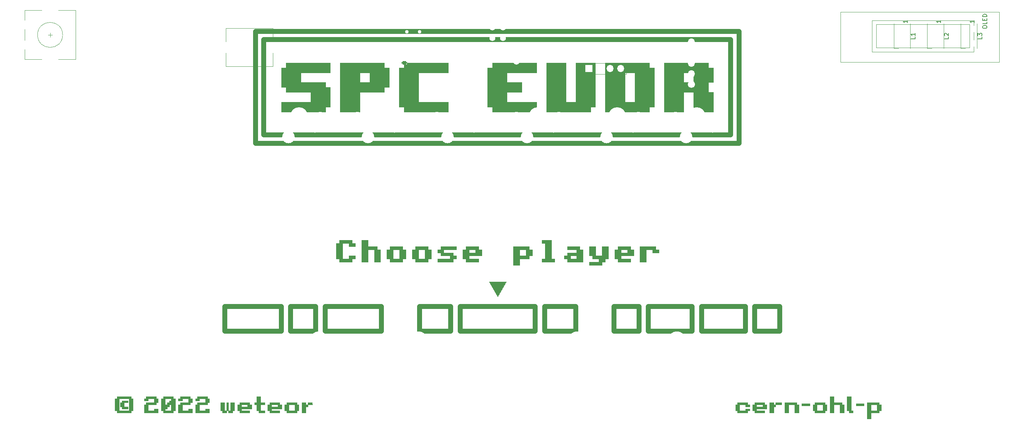
<source format=gto>
%TF.GenerationSoftware,KiCad,Pcbnew,(7.0.0-0)*%
%TF.CreationDate,2023-03-16T02:49:19-07:00*%
%TF.ProjectId,spc_evdr,7370635f-6576-4647-922e-6b696361645f,rev?*%
%TF.SameCoordinates,Original*%
%TF.FileFunction,Legend,Top*%
%TF.FilePolarity,Positive*%
%FSLAX46Y46*%
G04 Gerber Fmt 4.6, Leading zero omitted, Abs format (unit mm)*
G04 Created by KiCad (PCBNEW (7.0.0-0)) date 2023-03-16 02:49:19*
%MOMM*%
%LPD*%
G01*
G04 APERTURE LIST*
G04 Aperture macros list*
%AMRoundRect*
0 Rectangle with rounded corners*
0 $1 Rounding radius*
0 $2 $3 $4 $5 $6 $7 $8 $9 X,Y pos of 4 corners*
0 Add a 4 corners polygon primitive as box body*
4,1,4,$2,$3,$4,$5,$6,$7,$8,$9,$2,$3,0*
0 Add four circle primitives for the rounded corners*
1,1,$1+$1,$2,$3*
1,1,$1+$1,$4,$5*
1,1,$1+$1,$6,$7*
1,1,$1+$1,$8,$9*
0 Add four rect primitives between the rounded corners*
20,1,$1+$1,$2,$3,$4,$5,0*
20,1,$1+$1,$4,$5,$6,$7,0*
20,1,$1+$1,$6,$7,$8,$9,0*
20,1,$1+$1,$8,$9,$2,$3,0*%
G04 Aperture macros list end*
%ADD10C,0.020000*%
%ADD11C,1.179000*%
%ADD12C,0.150000*%
%ADD13C,0.120000*%
%ADD14C,2.000000*%
%ADD15R,3.200000X2.000000*%
%ADD16O,1.700000X1.700000*%
%ADD17C,1.700000*%
%ADD18R,2.200000X2.200000*%
%ADD19C,1.900000*%
%ADD20C,3.000000*%
%ADD21C,4.100000*%
%ADD22C,3.987800*%
%ADD23C,3.048000*%
%ADD24R,0.850000X1.600000*%
%ADD25R,1.700000X1.700000*%
%ADD26RoundRect,0.200000X0.450000X-0.200000X0.450000X0.200000X-0.450000X0.200000X-0.450000X-0.200000X0*%
%ADD27O,1.300000X0.800000*%
%ADD28C,0.850000*%
%ADD29C,1.397000*%
G04 APERTURE END LIST*
D10*
G36*
X158041903Y-100439303D02*
G01*
X158799823Y-100439303D01*
X158799823Y-101197223D01*
X155768138Y-101197223D01*
X155768138Y-100439303D01*
X156526057Y-100439303D01*
X156526057Y-96649699D01*
X155768138Y-96649699D01*
X155768138Y-95891780D01*
X158041903Y-95891780D01*
X158041903Y-100439303D01*
G37*
X158041903Y-100439303D02*
X158799823Y-100439303D01*
X158799823Y-101197223D01*
X155768138Y-101197223D01*
X155768138Y-100439303D01*
X156526057Y-100439303D01*
X156526057Y-96649699D01*
X155768138Y-96649699D01*
X155768138Y-95891780D01*
X158041903Y-95891780D01*
X158041903Y-100439303D01*
D11*
X191787242Y-117796165D02*
X191787242Y-111796172D01*
D10*
G36*
X213217113Y-135386466D02*
G01*
X211774058Y-135386466D01*
X211774058Y-134905875D01*
X213217113Y-134905875D01*
X213217113Y-135386466D01*
G37*
X213217113Y-135386466D02*
X211774058Y-135386466D01*
X211774058Y-134905875D01*
X213217113Y-134905875D01*
X213217113Y-135386466D01*
D11*
X93367686Y-117796165D02*
X93367686Y-111796172D01*
X200988688Y-47862664D02*
X200988688Y-70683660D01*
X156433543Y-111796172D02*
X156433543Y-117796165D01*
X87167689Y-45862665D02*
X202988688Y-45862665D01*
X179049991Y-117796165D02*
X179049991Y-111796172D01*
D10*
G36*
X168596690Y-63976862D02*
G01*
X167420764Y-63976862D01*
X167420764Y-65152787D01*
X156837436Y-65152787D01*
X156837436Y-53393538D01*
X161541133Y-53393538D01*
X161541133Y-62800936D01*
X163892985Y-62800936D01*
X163892985Y-53393536D01*
X168596690Y-53393536D01*
X168596690Y-63976862D01*
G37*
X168596690Y-63976862D02*
X167420764Y-63976862D01*
X167420764Y-65152787D01*
X156837436Y-65152787D01*
X156837436Y-53393538D01*
X161541133Y-53393538D01*
X161541133Y-62800936D01*
X163892985Y-62800936D01*
X163892985Y-53393536D01*
X168596690Y-53393536D01*
X168596690Y-63976862D01*
D11*
X204524577Y-117796165D02*
X204524577Y-117796165D01*
D10*
G36*
X216824138Y-135386466D02*
G01*
X217304728Y-135386466D01*
X217304728Y-137310126D01*
X216343547Y-137310126D01*
X216343547Y-135386466D01*
X214900477Y-135386466D01*
X214900477Y-137310126D01*
X213937999Y-137310126D01*
X213937999Y-134905875D01*
X216824138Y-134905875D01*
X216824138Y-135386466D01*
G37*
X216824138Y-135386466D02*
X217304728Y-135386466D01*
X217304728Y-137310126D01*
X216343547Y-137310126D01*
X216343547Y-135386466D01*
X214900477Y-135386466D01*
X214900477Y-137310126D01*
X213937999Y-137310126D01*
X213937999Y-134905875D01*
X216824138Y-134905875D01*
X216824138Y-135386466D01*
D11*
X200988688Y-47862664D02*
X200988688Y-47862664D01*
D10*
G36*
X88396907Y-134906219D02*
G01*
X89359385Y-134906219D01*
X89359385Y-135386809D01*
X88396907Y-135386809D01*
X88396907Y-136829879D01*
X89359385Y-136829879D01*
X89359385Y-137310470D01*
X87916316Y-137310470D01*
X87916316Y-136829879D01*
X87434443Y-136829879D01*
X87434443Y-135386809D01*
X86953853Y-135386809D01*
X86953853Y-134906219D01*
X87434443Y-134906219D01*
X87434443Y-133463157D01*
X88396907Y-133463157D01*
X88396907Y-134906219D01*
G37*
X88396907Y-134906219D02*
X89359385Y-134906219D01*
X89359385Y-135386809D01*
X88396907Y-135386809D01*
X88396907Y-136829879D01*
X89359385Y-136829879D01*
X89359385Y-137310470D01*
X87916316Y-137310470D01*
X87916316Y-136829879D01*
X87434443Y-136829879D01*
X87434443Y-135386809D01*
X86953853Y-135386809D01*
X86953853Y-134906219D01*
X87434443Y-134906219D01*
X87434443Y-133463157D01*
X88396907Y-133463157D01*
X88396907Y-134906219D01*
D11*
X103842349Y-117796165D02*
X103842349Y-117796165D01*
D10*
G36*
X219950557Y-135626777D02*
G01*
X218026912Y-135626777D01*
X218026912Y-135146171D01*
X219950557Y-135146171D01*
X219950557Y-135626777D01*
G37*
X219950557Y-135626777D02*
X218026912Y-135626777D01*
X218026912Y-135146171D01*
X219950557Y-135146171D01*
X219950557Y-135626777D01*
D11*
X154196193Y-117796165D02*
X154196193Y-111796172D01*
X173049991Y-117796165D02*
X173049991Y-117796165D01*
X101605006Y-117796165D02*
X101605014Y-111796172D01*
X206761897Y-117796165D02*
X212761897Y-117796165D01*
D10*
G36*
X225724116Y-134905875D02*
G01*
X227647777Y-134905875D01*
X227647777Y-135386466D01*
X228128367Y-135386466D01*
X228128367Y-137310126D01*
X227167186Y-137310126D01*
X227167186Y-135386466D01*
X225724116Y-135386466D01*
X225724116Y-137310126D01*
X224761638Y-137310126D01*
X224761638Y-133462806D01*
X225724116Y-133462806D01*
X225724116Y-134905875D01*
G37*
X225724116Y-134905875D02*
X227647777Y-134905875D01*
X227647777Y-135386466D01*
X228128367Y-135386466D01*
X228128367Y-137310126D01*
X227167186Y-137310126D01*
X227167186Y-135386466D01*
X225724116Y-135386466D01*
X225724116Y-137310126D01*
X224761638Y-137310126D01*
X224761638Y-133462806D01*
X225724116Y-133462806D01*
X225724116Y-134905875D01*
G36*
X221153331Y-136829551D02*
G01*
X220672740Y-136829551D01*
X220672740Y-135386481D01*
X221153331Y-135386481D01*
X221635219Y-135386481D01*
X221635219Y-136829551D01*
X223078288Y-136829551D01*
X223078288Y-135386481D01*
X221635219Y-135386481D01*
X221153331Y-135386481D01*
X221153331Y-134905891D01*
X223558879Y-134905891D01*
X223558879Y-135386481D01*
X224039470Y-135386481D01*
X224039470Y-136829551D01*
X223558879Y-136829551D01*
X223558879Y-137310142D01*
X221153331Y-137310142D01*
X221153331Y-136829551D01*
G37*
X221153331Y-136829551D02*
X220672740Y-136829551D01*
X220672740Y-135386481D01*
X221153331Y-135386481D01*
X221635219Y-135386481D01*
X221635219Y-136829551D01*
X223078288Y-136829551D01*
X223078288Y-135386481D01*
X221635219Y-135386481D01*
X221153331Y-135386481D01*
X221153331Y-134905891D01*
X223558879Y-134905891D01*
X223558879Y-135386481D01*
X224039470Y-135386481D01*
X224039470Y-136829551D01*
X223558879Y-136829551D01*
X223558879Y-137310142D01*
X221153331Y-137310142D01*
X221153331Y-136829551D01*
D11*
X126458857Y-117796165D02*
X133958857Y-117796165D01*
X103842349Y-111796172D02*
X103842349Y-111796172D01*
X79867686Y-117796165D02*
X79867686Y-117796165D01*
D10*
G36*
X125451297Y-100439303D02*
G01*
X124693378Y-100439303D01*
X124693378Y-98165538D01*
X125451297Y-98165538D01*
X126209216Y-98165538D01*
X126209216Y-100439303D01*
X127725062Y-100439303D01*
X127725062Y-98165538D01*
X126209216Y-98165538D01*
X125451297Y-98165538D01*
X125451297Y-97407619D01*
X128482989Y-97407619D01*
X128482989Y-98165538D01*
X129240909Y-98165538D01*
X129240909Y-100439303D01*
X128482989Y-100439303D01*
X128482989Y-101197223D01*
X125451297Y-101197223D01*
X125451297Y-100439303D01*
G37*
X125451297Y-100439303D02*
X124693378Y-100439303D01*
X124693378Y-98165538D01*
X125451297Y-98165538D01*
X126209216Y-98165538D01*
X126209216Y-100439303D01*
X127725062Y-100439303D01*
X127725062Y-98165538D01*
X126209216Y-98165538D01*
X125451297Y-98165538D01*
X125451297Y-97407619D01*
X128482989Y-97407619D01*
X128482989Y-98165538D01*
X129240909Y-98165538D01*
X129240909Y-100439303D01*
X128482989Y-100439303D01*
X128482989Y-101197223D01*
X125451297Y-101197223D01*
X125451297Y-100439303D01*
D11*
X133958857Y-117796165D02*
X133958857Y-117796165D01*
X133958857Y-117796165D02*
X133958857Y-111796172D01*
X179049991Y-117796165D02*
X179049991Y-117796165D01*
X204524577Y-117796165D02*
X204524577Y-111796172D01*
X136196193Y-117796165D02*
X136196193Y-117796165D01*
D10*
G36*
X56649485Y-134906219D02*
G01*
X55688304Y-134906219D01*
X55688304Y-135867400D01*
X56649485Y-135867400D01*
X56649485Y-136349288D01*
X55206416Y-136349288D01*
X55206416Y-135867400D01*
X54725825Y-135867400D01*
X54725825Y-134906219D01*
X55206416Y-134906219D01*
X55206416Y-134424338D01*
X56649485Y-134424338D01*
X56649485Y-134906219D01*
G37*
X56649485Y-134906219D02*
X55688304Y-134906219D01*
X55688304Y-135867400D01*
X56649485Y-135867400D01*
X56649485Y-136349288D01*
X55206416Y-136349288D01*
X55206416Y-135867400D01*
X54725825Y-135867400D01*
X54725825Y-134906219D01*
X55206416Y-134906219D01*
X55206416Y-134424338D01*
X56649485Y-134424338D01*
X56649485Y-134906219D01*
D11*
X95605006Y-111796172D02*
X95605006Y-111796172D01*
D10*
G36*
X161073581Y-99681384D02*
G01*
X161831500Y-99681384D01*
X162589419Y-99681384D01*
X162589419Y-100439303D01*
X164105258Y-100439303D01*
X164105258Y-99681384D01*
X162589419Y-99681384D01*
X161831500Y-99681384D01*
X161831500Y-98923465D01*
X164105266Y-98923465D01*
X164105266Y-98165546D01*
X161831500Y-98165546D01*
X161831500Y-97407626D01*
X164863185Y-97407626D01*
X164863185Y-98165546D01*
X165621104Y-98165546D01*
X165621104Y-101197230D01*
X161831500Y-101197230D01*
X161831500Y-100439311D01*
X161073581Y-100439311D01*
X161073581Y-100439303D01*
X161073581Y-99681384D01*
G37*
X161073581Y-99681384D02*
X161831500Y-99681384D01*
X162589419Y-99681384D01*
X162589419Y-100439303D01*
X164105258Y-100439303D01*
X164105258Y-99681384D01*
X162589419Y-99681384D01*
X161831500Y-99681384D01*
X161831500Y-98923465D01*
X164105266Y-98923465D01*
X164105266Y-98165546D01*
X161831500Y-98165546D01*
X161831500Y-97407626D01*
X164863185Y-97407626D01*
X164863185Y-98165546D01*
X165621104Y-98165546D01*
X165621104Y-101197230D01*
X161831500Y-101197230D01*
X161831500Y-100439311D01*
X161073581Y-100439311D01*
X161073581Y-100439303D01*
X161073581Y-99681384D01*
G36*
X136820109Y-98165538D02*
G01*
X137578029Y-98165538D01*
X138335948Y-98165538D01*
X138335948Y-98923457D01*
X139851787Y-98923457D01*
X139851787Y-98165538D01*
X138335948Y-98165538D01*
X137578029Y-98165538D01*
X137578029Y-97407619D01*
X140609713Y-97407619D01*
X140609713Y-98165538D01*
X141367633Y-98165538D01*
X141367633Y-99681377D01*
X138335948Y-99681377D01*
X138335948Y-100439296D01*
X140609713Y-100439296D01*
X140609713Y-101197215D01*
X137578029Y-101197215D01*
X137578029Y-100439296D01*
X136820109Y-100439296D01*
X136820109Y-98923457D01*
X136820109Y-98165538D01*
G37*
X136820109Y-98165538D02*
X137578029Y-98165538D01*
X138335948Y-98165538D01*
X138335948Y-98923457D01*
X139851787Y-98923457D01*
X139851787Y-98165538D01*
X138335948Y-98165538D01*
X137578029Y-98165538D01*
X137578029Y-97407619D01*
X140609713Y-97407619D01*
X140609713Y-98165538D01*
X141367633Y-98165538D01*
X141367633Y-99681377D01*
X138335948Y-99681377D01*
X138335948Y-100439296D01*
X140609713Y-100439296D01*
X140609713Y-101197215D01*
X137578029Y-101197215D01*
X137578029Y-100439296D01*
X136820109Y-100439296D01*
X136820109Y-98923457D01*
X136820109Y-98165538D01*
D11*
X191787242Y-117796165D02*
X191787242Y-117796165D01*
D10*
G36*
X206242091Y-135386466D02*
G01*
X206722682Y-135386466D01*
X207204570Y-135386466D01*
X207204570Y-135867057D01*
X208647624Y-135867057D01*
X208647624Y-135386466D01*
X207204570Y-135386466D01*
X206722682Y-135386466D01*
X206722682Y-134905875D01*
X209128215Y-134905875D01*
X209128215Y-135386466D01*
X209608806Y-135386466D01*
X209608806Y-136348945D01*
X207204570Y-136348945D01*
X207204570Y-136829536D01*
X209128215Y-136829536D01*
X209128215Y-137310126D01*
X206722682Y-137310126D01*
X206722682Y-136829536D01*
X206242091Y-136829536D01*
X206242091Y-135867057D01*
X206242091Y-135386466D01*
G37*
X206242091Y-135386466D02*
X206722682Y-135386466D01*
X207204570Y-135386466D01*
X207204570Y-135867057D01*
X208647624Y-135867057D01*
X208647624Y-135386466D01*
X207204570Y-135386466D01*
X206722682Y-135386466D01*
X206722682Y-134905875D01*
X209128215Y-134905875D01*
X209128215Y-135386466D01*
X209608806Y-135386466D01*
X209608806Y-136348945D01*
X207204570Y-136348945D01*
X207204570Y-136829536D01*
X209128215Y-136829536D01*
X209128215Y-137310126D01*
X206722682Y-137310126D01*
X206722682Y-136829536D01*
X206242091Y-136829536D01*
X206242091Y-135867057D01*
X206242091Y-135386466D01*
D11*
X79867686Y-111796172D02*
X79867686Y-117796165D01*
D10*
G36*
X232938151Y-135626777D02*
G01*
X231014491Y-135626777D01*
X231014491Y-135146171D01*
X232938151Y-135146171D01*
X232938151Y-135626777D01*
G37*
X232938151Y-135626777D02*
X231014491Y-135626777D01*
X231014491Y-135146171D01*
X232938151Y-135146171D01*
X232938151Y-135626777D01*
D11*
X133958857Y-111796172D02*
X126458857Y-111796172D01*
D10*
G36*
X173200312Y-98165538D02*
G01*
X173958232Y-98165538D01*
X174716151Y-98165538D01*
X174716151Y-98923457D01*
X176231997Y-98923457D01*
X176231997Y-98165538D01*
X174716151Y-98165538D01*
X173958232Y-98165538D01*
X173958232Y-97407619D01*
X176989917Y-97407619D01*
X176989917Y-98165538D01*
X177747836Y-98165538D01*
X177747836Y-99681377D01*
X174716151Y-99681377D01*
X174716151Y-100439296D01*
X176989909Y-100439296D01*
X176989909Y-101197215D01*
X173958232Y-101197215D01*
X173958232Y-100439296D01*
X173200312Y-100439296D01*
X173200312Y-98923457D01*
X173200312Y-98165538D01*
G37*
X173200312Y-98165538D02*
X173958232Y-98165538D01*
X174716151Y-98165538D01*
X174716151Y-98923457D01*
X176231997Y-98923457D01*
X176231997Y-98165538D01*
X174716151Y-98165538D01*
X173958232Y-98165538D01*
X173958232Y-97407619D01*
X176989917Y-97407619D01*
X176989917Y-98165538D01*
X177747836Y-98165538D01*
X177747836Y-99681377D01*
X174716151Y-99681377D01*
X174716151Y-100439296D01*
X176989909Y-100439296D01*
X176989909Y-101197215D01*
X173958232Y-101197215D01*
X173958232Y-100439296D01*
X173200312Y-100439296D01*
X173200312Y-98923457D01*
X173200312Y-98165538D01*
D11*
X136196193Y-117796165D02*
X154196193Y-117796165D01*
D10*
G36*
X119387927Y-100439303D02*
G01*
X118630008Y-100439303D01*
X118630008Y-98165538D01*
X119387927Y-98165538D01*
X120145854Y-98165538D01*
X120145854Y-100439303D01*
X121661693Y-100439303D01*
X121661693Y-98165538D01*
X120145854Y-98165538D01*
X119387927Y-98165538D01*
X119387927Y-97407619D01*
X122419619Y-97407619D01*
X122419619Y-98165538D01*
X123177539Y-98165538D01*
X123177539Y-100439303D01*
X122419619Y-100439303D01*
X122419619Y-101197223D01*
X119387927Y-101197223D01*
X119387927Y-100439303D01*
G37*
X119387927Y-100439303D02*
X118630008Y-100439303D01*
X118630008Y-98165538D01*
X119387927Y-98165538D01*
X120145854Y-98165538D01*
X120145854Y-100439303D01*
X121661693Y-100439303D01*
X121661693Y-98165538D01*
X120145854Y-98165538D01*
X119387927Y-98165538D01*
X119387927Y-97407619D01*
X122419619Y-97407619D01*
X122419619Y-98165538D01*
X123177539Y-98165538D01*
X123177539Y-100439303D01*
X122419619Y-100439303D01*
X122419619Y-101197223D01*
X119387927Y-101197223D01*
X119387927Y-100439303D01*
D11*
X206761897Y-117796165D02*
X206761897Y-117796165D01*
X163933543Y-117796165D02*
X163933543Y-111796172D01*
D10*
G36*
X71560725Y-133943748D02*
G01*
X72041316Y-133943748D01*
X72041316Y-134906219D01*
X71560725Y-134906219D01*
X71560725Y-135386809D01*
X69637080Y-135386809D01*
X69637080Y-136829879D01*
X71080134Y-136829879D01*
X71080134Y-136349288D01*
X72041316Y-136349288D01*
X72041316Y-137310470D01*
X68674586Y-137310470D01*
X68674586Y-135386809D01*
X69155177Y-135386809D01*
X69155177Y-134906219D01*
X71080134Y-134906219D01*
X71080134Y-133943748D01*
X69637080Y-133943748D01*
X69637080Y-134424338D01*
X68674601Y-134424338D01*
X68674601Y-133943748D01*
X69155192Y-133943748D01*
X69155192Y-133463157D01*
X71560725Y-133463157D01*
X71560725Y-133943748D01*
G37*
X71560725Y-133943748D02*
X72041316Y-133943748D01*
X72041316Y-134906219D01*
X71560725Y-134906219D01*
X71560725Y-135386809D01*
X69637080Y-135386809D01*
X69637080Y-136829879D01*
X71080134Y-136829879D01*
X71080134Y-136349288D01*
X72041316Y-136349288D01*
X72041316Y-137310470D01*
X68674586Y-137310470D01*
X68674586Y-135386809D01*
X69155177Y-135386809D01*
X69155177Y-134906219D01*
X71080134Y-134906219D01*
X71080134Y-133943748D01*
X69637080Y-133943748D01*
X69637080Y-134424338D01*
X68674601Y-134424338D01*
X68674601Y-133943748D01*
X69155192Y-133943748D01*
X69155192Y-133463157D01*
X71560725Y-133463157D01*
X71560725Y-133943748D01*
D11*
X156433543Y-117796165D02*
X163933543Y-117796165D01*
X136196193Y-111796172D02*
X136196193Y-111796172D01*
X173049991Y-117796165D02*
X179049991Y-117796165D01*
X194024577Y-117796165D02*
X204524577Y-117796165D01*
X202988688Y-45862665D02*
X202988688Y-72683660D01*
X93367686Y-111796172D02*
X79867686Y-111796172D01*
X95605006Y-117796165D02*
X95605006Y-117796165D01*
X191787242Y-111796172D02*
X181287250Y-111796172D01*
X200988688Y-70683660D02*
X89167689Y-70683660D01*
X117342349Y-117796165D02*
X117342349Y-111796172D01*
D10*
G36*
X185059642Y-53393538D02*
G01*
X195642970Y-53393538D01*
X195642970Y-54569462D01*
X196818889Y-54569462D01*
X196818889Y-58097239D01*
X195642970Y-58097239D01*
X195642970Y-60449087D01*
X196818889Y-60449087D01*
X196818889Y-65152787D01*
X192115184Y-65152787D01*
X192115184Y-60449087D01*
X189763347Y-60449087D01*
X189763347Y-65152787D01*
X185059642Y-65152787D01*
X185059642Y-58097239D01*
X185059642Y-55745391D01*
X189763347Y-55745391D01*
X189763347Y-58097239D01*
X192115184Y-58097239D01*
X192115184Y-55745391D01*
X189763347Y-55745391D01*
X185059642Y-55745391D01*
X185059642Y-53393538D01*
G37*
X185059642Y-53393538D02*
X195642970Y-53393538D01*
X195642970Y-54569462D01*
X196818889Y-54569462D01*
X196818889Y-58097239D01*
X195642970Y-58097239D01*
X195642970Y-60449087D01*
X196818889Y-60449087D01*
X196818889Y-65152787D01*
X192115184Y-65152787D01*
X192115184Y-60449087D01*
X189763347Y-60449087D01*
X189763347Y-65152787D01*
X185059642Y-65152787D01*
X185059642Y-58097239D01*
X185059642Y-55745391D01*
X189763347Y-55745391D01*
X189763347Y-58097239D01*
X192115184Y-58097239D01*
X192115184Y-55745391D01*
X189763347Y-55745391D01*
X185059642Y-55745391D01*
X185059642Y-53393538D01*
G36*
X54003657Y-136829879D02*
G01*
X53523066Y-136829879D01*
X53523066Y-133943748D01*
X54003657Y-133943748D01*
X54485545Y-133943748D01*
X54485545Y-136829879D01*
X56889781Y-136829879D01*
X56889781Y-133943748D01*
X54485545Y-133943748D01*
X54003657Y-133943748D01*
X54003657Y-133463157D01*
X57371684Y-133463157D01*
X57371684Y-133943748D01*
X57852275Y-133943748D01*
X57852275Y-136829879D01*
X57371684Y-136829879D01*
X57371684Y-137310470D01*
X54003657Y-137310470D01*
X54003657Y-136829879D01*
G37*
X54003657Y-136829879D02*
X53523066Y-136829879D01*
X53523066Y-133943748D01*
X54003657Y-133943748D01*
X54485545Y-133943748D01*
X54485545Y-136829879D01*
X56889781Y-136829879D01*
X56889781Y-133943748D01*
X54485545Y-133943748D01*
X54003657Y-133943748D01*
X54003657Y-133463157D01*
X57371684Y-133463157D01*
X57371684Y-133943748D01*
X57852275Y-133943748D01*
X57852275Y-136829879D01*
X57371684Y-136829879D01*
X57371684Y-137310470D01*
X54003657Y-137310470D01*
X54003657Y-136829879D01*
D11*
X200988688Y-70683660D02*
X200988688Y-70683660D01*
D10*
G36*
X233660334Y-134905891D02*
G01*
X236546458Y-134905891D01*
X236546458Y-135386481D01*
X237027049Y-135386481D01*
X237027049Y-136829551D01*
X236546458Y-136829551D01*
X236546458Y-137310142D01*
X234622798Y-137310142D01*
X234622798Y-138753196D01*
X233660334Y-138753196D01*
X233660334Y-136829551D01*
X233660334Y-135386481D01*
X234622798Y-135386481D01*
X234622798Y-136829551D01*
X236065867Y-136829551D01*
X236065867Y-135386481D01*
X234622798Y-135386481D01*
X233660334Y-135386481D01*
X233660334Y-134905891D01*
G37*
X233660334Y-134905891D02*
X236546458Y-134905891D01*
X236546458Y-135386481D01*
X237027049Y-135386481D01*
X237027049Y-136829551D01*
X236546458Y-136829551D01*
X236546458Y-137310142D01*
X234622798Y-137310142D01*
X234622798Y-138753196D01*
X233660334Y-138753196D01*
X233660334Y-136829551D01*
X233660334Y-135386481D01*
X234622798Y-135386481D01*
X234622798Y-136829551D01*
X236065867Y-136829551D01*
X236065867Y-135386481D01*
X234622798Y-135386481D01*
X233660334Y-135386481D01*
X233660334Y-134905891D01*
D11*
X212761897Y-111796172D02*
X206761897Y-111796172D01*
X117342349Y-117796165D02*
X117342349Y-117796165D01*
D10*
G36*
X114082484Y-97407619D02*
G01*
X116356242Y-97407619D01*
X116356242Y-98165538D01*
X117114162Y-98165538D01*
X117114162Y-101197223D01*
X115598323Y-101197223D01*
X115598323Y-98165538D01*
X114082484Y-98165538D01*
X114082484Y-101197223D01*
X112566646Y-101197223D01*
X112566646Y-95891780D01*
X114082484Y-95891780D01*
X114082484Y-97407619D01*
G37*
X114082484Y-97407619D02*
X116356242Y-97407619D01*
X116356242Y-98165538D01*
X117114162Y-98165538D01*
X117114162Y-101197223D01*
X115598323Y-101197223D01*
X115598323Y-98165538D01*
X114082484Y-98165538D01*
X114082484Y-101197223D01*
X112566646Y-101197223D01*
X112566646Y-95891780D01*
X114082484Y-95891780D01*
X114082484Y-97407619D01*
G36*
X75649623Y-133943748D02*
G01*
X76130214Y-133943748D01*
X76130214Y-134906219D01*
X75649623Y-134906219D01*
X75649623Y-135386809D01*
X73725963Y-135386809D01*
X73725963Y-136829879D01*
X75169032Y-136829879D01*
X75169032Y-136349288D01*
X76130214Y-136349288D01*
X76130214Y-137310470D01*
X72763484Y-137310470D01*
X72763484Y-135386809D01*
X73244075Y-135386809D01*
X73244075Y-134906219D01*
X75169032Y-134906219D01*
X75169032Y-133943748D01*
X73725963Y-133943748D01*
X73725963Y-134424338D01*
X72763499Y-134424338D01*
X72763499Y-133943748D01*
X73244090Y-133943748D01*
X73244090Y-133463157D01*
X75649623Y-133463157D01*
X75649623Y-133943748D01*
G37*
X75649623Y-133943748D02*
X76130214Y-133943748D01*
X76130214Y-134906219D01*
X75649623Y-134906219D01*
X75649623Y-135386809D01*
X73725963Y-135386809D01*
X73725963Y-136829879D01*
X75169032Y-136829879D01*
X75169032Y-136349288D01*
X76130214Y-136349288D01*
X76130214Y-137310470D01*
X72763484Y-137310470D01*
X72763484Y-135386809D01*
X73244075Y-135386809D01*
X73244075Y-134906219D01*
X75169032Y-134906219D01*
X75169032Y-133943748D01*
X73725963Y-133943748D01*
X73725963Y-134424338D01*
X72763499Y-134424338D01*
X72763499Y-133943748D01*
X73244090Y-133943748D01*
X73244090Y-133463157D01*
X75649623Y-133463157D01*
X75649623Y-133943748D01*
G36*
X64585704Y-133943748D02*
G01*
X65066295Y-133943748D01*
X65548167Y-133943748D01*
X65548167Y-135386809D01*
X66028773Y-135386809D01*
X66028773Y-134906219D01*
X66509364Y-134906219D01*
X66509364Y-134424338D01*
X66991237Y-134424338D01*
X66991237Y-133943748D01*
X65548167Y-133943748D01*
X65066295Y-133943748D01*
X65066295Y-133463157D01*
X67471828Y-133463157D01*
X67471828Y-133943748D01*
X67952418Y-133943748D01*
X67952418Y-136829879D01*
X67471828Y-136829879D01*
X67471828Y-137310470D01*
X65066295Y-137310470D01*
X65066295Y-136829879D01*
X64585704Y-136829879D01*
X64585704Y-136349288D01*
X65548167Y-136349288D01*
X65548167Y-136829879D01*
X66991237Y-136829879D01*
X66991237Y-135386809D01*
X66509364Y-135386809D01*
X66509364Y-135867400D01*
X66028773Y-135867400D01*
X66028773Y-136349288D01*
X65548167Y-136349288D01*
X64585704Y-136349288D01*
X64585704Y-135386809D01*
X64585704Y-133943748D01*
G37*
X64585704Y-133943748D02*
X65066295Y-133943748D01*
X65548167Y-133943748D01*
X65548167Y-135386809D01*
X66028773Y-135386809D01*
X66028773Y-134906219D01*
X66509364Y-134906219D01*
X66509364Y-134424338D01*
X66991237Y-134424338D01*
X66991237Y-133943748D01*
X65548167Y-133943748D01*
X65066295Y-133943748D01*
X65066295Y-133463157D01*
X67471828Y-133463157D01*
X67471828Y-133943748D01*
X67952418Y-133943748D01*
X67952418Y-136829879D01*
X67471828Y-136829879D01*
X67471828Y-137310470D01*
X65066295Y-137310470D01*
X65066295Y-136829879D01*
X64585704Y-136829879D01*
X64585704Y-136349288D01*
X65548167Y-136349288D01*
X65548167Y-136829879D01*
X66991237Y-136829879D01*
X66991237Y-135386809D01*
X66509364Y-135386809D01*
X66509364Y-135867400D01*
X66028773Y-135867400D01*
X66028773Y-136349288D01*
X65548167Y-136349288D01*
X64585704Y-136349288D01*
X64585704Y-135386809D01*
X64585704Y-133943748D01*
D11*
X89167689Y-70683660D02*
X89167689Y-70683660D01*
X204524577Y-111796172D02*
X194024577Y-111796172D01*
X101605014Y-111796172D02*
X95605006Y-111796172D01*
D10*
G36*
X135304271Y-98165546D02*
G01*
X132272586Y-98165546D01*
X132272586Y-98923465D01*
X134546351Y-98923465D01*
X134546351Y-99681384D01*
X135304271Y-99681384D01*
X135304271Y-100439303D01*
X134546351Y-100439303D01*
X134546351Y-101197223D01*
X130756747Y-101197223D01*
X130756747Y-100439303D01*
X133788432Y-100439303D01*
X133788432Y-99681384D01*
X131514666Y-99681384D01*
X131514666Y-98923465D01*
X130756747Y-98923465D01*
X130756747Y-98165546D01*
X131514666Y-98165546D01*
X131514666Y-97407626D01*
X135304271Y-97407626D01*
X135304271Y-98165546D01*
G37*
X135304271Y-98165546D02*
X132272586Y-98165546D01*
X132272586Y-98923465D01*
X134546351Y-98923465D01*
X134546351Y-99681384D01*
X135304271Y-99681384D01*
X135304271Y-100439303D01*
X134546351Y-100439303D01*
X134546351Y-101197223D01*
X130756747Y-101197223D01*
X130756747Y-100439303D01*
X133788432Y-100439303D01*
X133788432Y-99681384D01*
X131514666Y-99681384D01*
X131514666Y-98923465D01*
X130756747Y-98923465D01*
X130756747Y-98165546D01*
X131514666Y-98165546D01*
X131514666Y-97407626D01*
X135304271Y-97407626D01*
X135304271Y-98165546D01*
D11*
X173049991Y-111796172D02*
X173049991Y-111796172D01*
X126458857Y-111796172D02*
X126458857Y-111796172D01*
D10*
G36*
X99220553Y-135386809D02*
G01*
X99701144Y-135386809D01*
X99701144Y-135867400D01*
X99220553Y-135867400D01*
X99220553Y-137310470D01*
X98258082Y-137310470D01*
X98258082Y-134906219D01*
X99220553Y-134906219D01*
X99220553Y-135386809D01*
G37*
X99220553Y-135386809D02*
X99701144Y-135386809D01*
X99701144Y-135867400D01*
X99220553Y-135867400D01*
X99220553Y-137310470D01*
X98258082Y-137310470D01*
X98258082Y-134906219D01*
X99220553Y-134906219D01*
X99220553Y-135386809D01*
G36*
X82864940Y-135386809D02*
G01*
X83345531Y-135386809D01*
X83827418Y-135386809D01*
X83827418Y-135867400D01*
X85270488Y-135867400D01*
X85270488Y-135386809D01*
X83827418Y-135386809D01*
X83345531Y-135386809D01*
X83345531Y-134906219D01*
X85751063Y-134906219D01*
X85751063Y-135386809D01*
X86231654Y-135386809D01*
X86231654Y-136349288D01*
X83827403Y-136349288D01*
X83827403Y-136829879D01*
X85751063Y-136829879D01*
X85751063Y-137310470D01*
X83345531Y-137310470D01*
X83345531Y-136829879D01*
X82864940Y-136829879D01*
X82864940Y-135867400D01*
X82864940Y-135386809D01*
G37*
X82864940Y-135386809D02*
X83345531Y-135386809D01*
X83827418Y-135386809D01*
X83827418Y-135867400D01*
X85270488Y-135867400D01*
X85270488Y-135386809D01*
X83827418Y-135386809D01*
X83345531Y-135386809D01*
X83345531Y-134906219D01*
X85751063Y-134906219D01*
X85751063Y-135386809D01*
X86231654Y-135386809D01*
X86231654Y-136349288D01*
X83827403Y-136349288D01*
X83827403Y-136829879D01*
X85751063Y-136829879D01*
X85751063Y-137310470D01*
X83345531Y-137310470D01*
X83345531Y-136829879D01*
X82864940Y-136829879D01*
X82864940Y-135867400D01*
X82864940Y-135386809D01*
G36*
X205039317Y-135386466D02*
G01*
X205519908Y-135386466D01*
X205519908Y-135867057D01*
X204558726Y-135867057D01*
X204558726Y-135386466D01*
X203115672Y-135386466D01*
X203115672Y-136829536D01*
X204558726Y-136829536D01*
X204558726Y-136348945D01*
X205519908Y-136348945D01*
X205519908Y-136829536D01*
X205039317Y-136829536D01*
X205039317Y-137310126D01*
X202633784Y-137310126D01*
X202633784Y-136829536D01*
X202153193Y-136829536D01*
X202153193Y-135386466D01*
X202633784Y-135386466D01*
X202633784Y-134905875D01*
X205039317Y-134905875D01*
X205039317Y-135386466D01*
G37*
X205039317Y-135386466D02*
X205519908Y-135386466D01*
X205519908Y-135867057D01*
X204558726Y-135867057D01*
X204558726Y-135386466D01*
X203115672Y-135386466D01*
X203115672Y-136829536D01*
X204558726Y-136829536D01*
X204558726Y-136348945D01*
X205519908Y-136348945D01*
X205519908Y-136829536D01*
X205039317Y-136829536D01*
X205039317Y-137310126D01*
X202633784Y-137310126D01*
X202633784Y-136829536D01*
X202153193Y-136829536D01*
X202153193Y-135386466D01*
X202633784Y-135386466D01*
X202633784Y-134905875D01*
X205039317Y-134905875D01*
X205039317Y-135386466D01*
D11*
X89167689Y-47862664D02*
X200988688Y-47862664D01*
D10*
G36*
X168652781Y-99681384D02*
G01*
X170168628Y-99681384D01*
X170168628Y-97407619D01*
X171684474Y-97407619D01*
X171684474Y-100439303D01*
X170926555Y-100439303D01*
X170926555Y-101197223D01*
X170168635Y-101197223D01*
X170168635Y-101955142D01*
X167136943Y-101955142D01*
X167136943Y-101197223D01*
X169410701Y-101197223D01*
X169410701Y-100439303D01*
X167894862Y-100439303D01*
X167894862Y-99681384D01*
X167136943Y-99681384D01*
X167136943Y-97407619D01*
X168652781Y-97407619D01*
X168652781Y-99681384D01*
G37*
X168652781Y-99681384D02*
X170168628Y-99681384D01*
X170168628Y-97407619D01*
X171684474Y-97407619D01*
X171684474Y-100439303D01*
X170926555Y-100439303D01*
X170926555Y-101197223D01*
X170168635Y-101197223D01*
X170168635Y-101955142D01*
X167136943Y-101955142D01*
X167136943Y-101197223D01*
X169410701Y-101197223D01*
X169410701Y-100439303D01*
X167894862Y-100439303D01*
X167894862Y-99681384D01*
X167136943Y-99681384D01*
X167136943Y-97407619D01*
X168652781Y-97407619D01*
X168652781Y-99681384D01*
D11*
X154196193Y-111796172D02*
X136196193Y-111796172D01*
X181287250Y-117796165D02*
X181287250Y-117796165D01*
D10*
G36*
X90080256Y-135386809D02*
G01*
X90560847Y-135386809D01*
X91042750Y-135386809D01*
X91042750Y-135867400D01*
X92485804Y-135867400D01*
X92485804Y-135386809D01*
X91042750Y-135386809D01*
X90560847Y-135386809D01*
X90560847Y-134906219D01*
X92966388Y-134906219D01*
X92966388Y-135386809D01*
X93446979Y-135386809D01*
X93446979Y-136349288D01*
X91042735Y-136349288D01*
X91042735Y-136829879D01*
X92966388Y-136829879D01*
X92966388Y-137310470D01*
X90560847Y-137310470D01*
X90560847Y-136829879D01*
X90080256Y-136829879D01*
X90080256Y-135867400D01*
X90080256Y-135386809D01*
G37*
X90080256Y-135386809D02*
X90560847Y-135386809D01*
X91042750Y-135386809D01*
X91042750Y-135867400D01*
X92485804Y-135867400D01*
X92485804Y-135386809D01*
X91042750Y-135386809D01*
X90560847Y-135386809D01*
X90560847Y-134906219D01*
X92966388Y-134906219D01*
X92966388Y-135386809D01*
X93446979Y-135386809D01*
X93446979Y-136349288D01*
X91042735Y-136349288D01*
X91042735Y-136829879D01*
X92966388Y-136829879D01*
X92966388Y-137310470D01*
X90560847Y-137310470D01*
X90560847Y-136829879D01*
X90080256Y-136829879D01*
X90080256Y-135867400D01*
X90080256Y-135386809D01*
G36*
X105096744Y-55745391D02*
G01*
X98041194Y-55745391D01*
X98041194Y-58097239D01*
X103920825Y-58097239D01*
X103920825Y-59273165D01*
X105096744Y-59273165D01*
X105096736Y-63976862D01*
X103920817Y-63976862D01*
X103920817Y-65152787D01*
X93337489Y-65152787D01*
X93337489Y-62800940D01*
X100393039Y-62800940D01*
X100393039Y-60449091D01*
X94513423Y-60449091D01*
X94513423Y-59273165D01*
X93337489Y-59273165D01*
X93337489Y-54569464D01*
X94513423Y-54569464D01*
X94513423Y-53393540D01*
X105096744Y-53393540D01*
X105096744Y-55745391D01*
G37*
X105096744Y-55745391D02*
X98041194Y-55745391D01*
X98041194Y-58097239D01*
X103920825Y-58097239D01*
X103920825Y-59273165D01*
X105096744Y-59273165D01*
X105096736Y-63976862D01*
X103920817Y-63976862D01*
X103920817Y-65152787D01*
X93337489Y-65152787D01*
X93337489Y-62800940D01*
X100393039Y-62800940D01*
X100393039Y-60449091D01*
X94513423Y-60449091D01*
X94513423Y-59273165D01*
X93337489Y-59273165D01*
X93337489Y-54569464D01*
X94513423Y-54569464D01*
X94513423Y-53393540D01*
X105096744Y-53393540D01*
X105096744Y-55745391D01*
G36*
X79738505Y-136829879D02*
G01*
X80219096Y-136829879D01*
X80219096Y-137310470D01*
X79256633Y-137310470D01*
X79256633Y-136829879D01*
X78776042Y-136829879D01*
X78776042Y-134906219D01*
X79738505Y-134906219D01*
X79738505Y-136829879D01*
G37*
X79738505Y-136829879D02*
X80219096Y-136829879D01*
X80219096Y-137310470D01*
X79256633Y-137310470D01*
X79256633Y-136829879D01*
X78776042Y-136829879D01*
X78776042Y-134906219D01*
X79738505Y-134906219D01*
X79738505Y-136829879D01*
G36*
X110292872Y-96649699D02*
G01*
X111050799Y-96649699D01*
X111050799Y-97407619D01*
X109534953Y-97407619D01*
X109534953Y-96649699D01*
X108019115Y-96649699D01*
X108019115Y-100439303D01*
X109534953Y-100439303D01*
X109534953Y-99681384D01*
X111050799Y-99681384D01*
X111050799Y-100439303D01*
X110292872Y-100439303D01*
X110292872Y-101197223D01*
X107261195Y-101197223D01*
X107261195Y-100439303D01*
X106503276Y-100439303D01*
X106503276Y-96649699D01*
X107261195Y-96649699D01*
X107261195Y-95891780D01*
X110292872Y-95891780D01*
X110292872Y-96649699D01*
G37*
X110292872Y-96649699D02*
X111050799Y-96649699D01*
X111050799Y-97407619D01*
X109534953Y-97407619D01*
X109534953Y-96649699D01*
X108019115Y-96649699D01*
X108019115Y-100439303D01*
X109534953Y-100439303D01*
X109534953Y-99681384D01*
X111050799Y-99681384D01*
X111050799Y-100439303D01*
X110292872Y-100439303D01*
X110292872Y-101197223D01*
X107261195Y-101197223D01*
X107261195Y-100439303D01*
X106503276Y-100439303D01*
X106503276Y-96649699D01*
X107261195Y-96649699D01*
X107261195Y-95891780D01*
X110292872Y-95891780D01*
X110292872Y-96649699D01*
D11*
X95605006Y-111796172D02*
X95605006Y-117796165D01*
D10*
G36*
X170948542Y-53393538D02*
G01*
X181531871Y-53393538D01*
X181531871Y-54569462D01*
X182707789Y-54569462D01*
X182707789Y-63976862D01*
X181531871Y-63976862D01*
X181531871Y-65152787D01*
X170948542Y-65152787D01*
X170948542Y-62800936D01*
X170948542Y-55745387D01*
X175652247Y-55745387D01*
X175652247Y-62800936D01*
X178004092Y-62800936D01*
X178004092Y-55745387D01*
X175652247Y-55745387D01*
X170948542Y-55745387D01*
X170948542Y-53393538D01*
G37*
X170948542Y-53393538D02*
X181531871Y-53393538D01*
X181531871Y-54569462D01*
X182707789Y-54569462D01*
X182707789Y-63976862D01*
X181531871Y-63976862D01*
X181531871Y-65152787D01*
X170948542Y-65152787D01*
X170948542Y-62800936D01*
X170948542Y-55745387D01*
X175652247Y-55745387D01*
X175652247Y-62800936D01*
X178004092Y-62800936D01*
X178004092Y-55745387D01*
X175652247Y-55745387D01*
X170948542Y-55745387D01*
X170948542Y-53393538D01*
D11*
X181287250Y-111796172D02*
X181287250Y-117796165D01*
X179049991Y-111796172D02*
X173049991Y-111796172D01*
D10*
G36*
X94649768Y-136829879D02*
G01*
X94169169Y-136829879D01*
X94169169Y-135386809D01*
X94649768Y-135386809D01*
X95131648Y-135386809D01*
X95131648Y-136829879D01*
X96574710Y-136829879D01*
X96574710Y-135386809D01*
X95131648Y-135386809D01*
X94649768Y-135386809D01*
X94649768Y-134906219D01*
X97055301Y-134906219D01*
X97055301Y-135386809D01*
X97535899Y-135386809D01*
X97535899Y-136829879D01*
X97055301Y-136829879D01*
X97055301Y-137310470D01*
X94649768Y-137310470D01*
X94649768Y-136829879D01*
G37*
X94649768Y-136829879D02*
X94169169Y-136829879D01*
X94169169Y-135386809D01*
X94649768Y-135386809D01*
X95131648Y-135386809D01*
X95131648Y-136829879D01*
X96574710Y-136829879D01*
X96574710Y-135386809D01*
X95131648Y-135386809D01*
X94649768Y-135386809D01*
X94649768Y-134906219D01*
X97055301Y-134906219D01*
X97055301Y-135386809D01*
X97535899Y-135386809D01*
X97535899Y-136829879D01*
X97055301Y-136829879D01*
X97055301Y-137310470D01*
X94649768Y-137310470D01*
X94649768Y-136829879D01*
D11*
X136196193Y-111796172D02*
X136196193Y-117796165D01*
X93367686Y-117796165D02*
X93367686Y-117796165D01*
X206761897Y-111796172D02*
X206761897Y-111796172D01*
X181287250Y-111796172D02*
X181287250Y-111796172D01*
X87167689Y-72683660D02*
X87167689Y-45862665D01*
X103842349Y-117796165D02*
X117342349Y-117796165D01*
X202988688Y-45862665D02*
X202988688Y-45862665D01*
D10*
G36*
X107448588Y-53393542D02*
G01*
X118031916Y-53393542D01*
X118031916Y-54569466D01*
X119207835Y-54569466D01*
X119207835Y-59273165D01*
X118031916Y-59273165D01*
X118031916Y-60449091D01*
X112152286Y-60449091D01*
X112152286Y-65152791D01*
X107448588Y-65152791D01*
X107448588Y-58097239D01*
X107448588Y-55745391D01*
X112152286Y-55745391D01*
X112152286Y-58097239D01*
X114504138Y-58097239D01*
X114504138Y-55745391D01*
X112152286Y-55745391D01*
X107448588Y-55745391D01*
X107448588Y-53393542D01*
G37*
X107448588Y-53393542D02*
X118031916Y-53393542D01*
X118031916Y-54569466D01*
X119207835Y-54569466D01*
X119207835Y-59273165D01*
X118031916Y-59273165D01*
X118031916Y-60449091D01*
X112152286Y-60449091D01*
X112152286Y-65152791D01*
X107448588Y-65152791D01*
X107448588Y-58097239D01*
X107448588Y-55745391D01*
X112152286Y-55745391D01*
X112152286Y-58097239D01*
X114504138Y-58097239D01*
X114504138Y-55745391D01*
X112152286Y-55745391D01*
X107448588Y-55745391D01*
X107448588Y-53393542D01*
G36*
X145196200Y-109483565D02*
G01*
X143136729Y-105916457D01*
X147255671Y-105916457D01*
X145196200Y-109483565D01*
G37*
X145196200Y-109483565D02*
X143136729Y-105916457D01*
X147255671Y-105916457D01*
X145196200Y-109483565D01*
D11*
X163933543Y-117796165D02*
X163933543Y-117796165D01*
X101605006Y-117796165D02*
X101605006Y-117796165D01*
X79867686Y-117796165D02*
X93367686Y-117796165D01*
X202988688Y-72683660D02*
X87167689Y-72683660D01*
X154196193Y-117796165D02*
X154196193Y-117796165D01*
X173049991Y-111796172D02*
X173049991Y-117796165D01*
X117342349Y-111796172D02*
X103842349Y-111796172D01*
D10*
G36*
X148946849Y-97407619D02*
G01*
X152736453Y-97407619D01*
X152736453Y-98165538D01*
X153494372Y-98165538D01*
X153494372Y-99681377D01*
X152736453Y-99681377D01*
X152736453Y-100439296D01*
X150462687Y-100439296D01*
X150462687Y-101955134D01*
X148946849Y-101955134D01*
X148946849Y-99681377D01*
X148946849Y-98165538D01*
X150462687Y-98165538D01*
X150462687Y-99681377D01*
X151978526Y-99681377D01*
X151978526Y-98165538D01*
X150462687Y-98165538D01*
X148946849Y-98165538D01*
X148946849Y-97407619D01*
G37*
X148946849Y-97407619D02*
X152736453Y-97407619D01*
X152736453Y-98165538D01*
X153494372Y-98165538D01*
X153494372Y-99681377D01*
X152736453Y-99681377D01*
X152736453Y-100439296D01*
X150462687Y-100439296D01*
X150462687Y-101955134D01*
X148946849Y-101955134D01*
X148946849Y-99681377D01*
X148946849Y-98165538D01*
X150462687Y-98165538D01*
X150462687Y-99681377D01*
X151978526Y-99681377D01*
X151978526Y-98165538D01*
X150462687Y-98165538D01*
X148946849Y-98165538D01*
X148946849Y-97407619D01*
G36*
X101144214Y-135386809D02*
G01*
X99701144Y-135386809D01*
X99701144Y-134906219D01*
X101144214Y-134906219D01*
X101144214Y-135386809D01*
G37*
X101144214Y-135386809D02*
X99701144Y-135386809D01*
X99701144Y-134906219D01*
X101144214Y-134906219D01*
X101144214Y-135386809D01*
D11*
X194024577Y-111796172D02*
X194024577Y-111796172D01*
X87167689Y-72683660D02*
X87167689Y-72683660D01*
X156433543Y-111796172D02*
X156433543Y-111796172D01*
D10*
G36*
X133318942Y-55745387D02*
G01*
X126263392Y-55745387D01*
X126263392Y-62800936D01*
X133318942Y-62800936D01*
X133318942Y-65152787D01*
X122735621Y-65152787D01*
X122735621Y-63976862D01*
X121559688Y-63976862D01*
X121559688Y-54569462D01*
X122735621Y-54569462D01*
X122735621Y-53393538D01*
X133318942Y-53393538D01*
X133318942Y-55745387D01*
G37*
X133318942Y-55745387D02*
X126263392Y-55745387D01*
X126263392Y-62800936D01*
X133318942Y-62800936D01*
X133318942Y-65152787D01*
X122735621Y-65152787D01*
X122735621Y-63976862D01*
X121559688Y-63976862D01*
X121559688Y-54569462D01*
X122735621Y-54569462D01*
X122735621Y-53393538D01*
X133318942Y-53393538D01*
X133318942Y-55745387D01*
G36*
X82142756Y-136829879D02*
G01*
X81662166Y-136829879D01*
X81662166Y-137310470D01*
X80699687Y-137310470D01*
X80699687Y-136829879D01*
X81181575Y-136829879D01*
X81181575Y-134906219D01*
X82142756Y-134906219D01*
X82142756Y-136829879D01*
G37*
X82142756Y-136829879D02*
X81662166Y-136829879D01*
X81662166Y-137310470D01*
X80699687Y-137310470D01*
X80699687Y-136829879D01*
X81181575Y-136829879D01*
X81181575Y-134906219D01*
X82142756Y-134906219D01*
X82142756Y-136829879D01*
G36*
X154485591Y-55745387D02*
G01*
X147430041Y-55745387D01*
X147430041Y-58097235D01*
X150957820Y-58097235D01*
X150957820Y-60449083D01*
X147430041Y-60449083D01*
X147430041Y-62800932D01*
X154485591Y-62800932D01*
X154485591Y-65152787D01*
X143902263Y-65152787D01*
X143902263Y-63976862D01*
X142726336Y-63976862D01*
X142726336Y-54569462D01*
X143902263Y-54569462D01*
X143902263Y-53393538D01*
X154485591Y-53393538D01*
X154485591Y-55745387D01*
G37*
X154485591Y-55745387D02*
X147430041Y-55745387D01*
X147430041Y-58097235D01*
X150957820Y-58097235D01*
X150957820Y-60449083D01*
X147430041Y-60449083D01*
X147430041Y-62800932D01*
X154485591Y-62800932D01*
X154485591Y-65152787D01*
X143902263Y-65152787D01*
X143902263Y-63976862D01*
X142726336Y-63976862D01*
X142726336Y-54569462D01*
X143902263Y-54569462D01*
X143902263Y-53393538D01*
X154485591Y-53393538D01*
X154485591Y-55745387D01*
D11*
X181287250Y-117796165D02*
X191787242Y-117796165D01*
D10*
G36*
X183053294Y-98165538D02*
G01*
X183811213Y-98165538D01*
X183811213Y-98923457D01*
X182295360Y-98923457D01*
X182295360Y-98165538D01*
X180779521Y-98165538D01*
X180779521Y-101197223D01*
X179263682Y-101197223D01*
X179263682Y-97407619D01*
X183053294Y-97407619D01*
X183053294Y-98165538D01*
G37*
X183053294Y-98165538D02*
X183811213Y-98165538D01*
X183811213Y-98923457D01*
X182295360Y-98923457D01*
X182295360Y-98165538D01*
X180779521Y-98165538D01*
X180779521Y-101197223D01*
X179263682Y-101197223D01*
X179263682Y-97407619D01*
X183053294Y-97407619D01*
X183053294Y-98165538D01*
D11*
X202988688Y-72683660D02*
X202988688Y-72683660D01*
X103842349Y-111796172D02*
X103842349Y-117796165D01*
X212761897Y-117796165D02*
X212761897Y-117796165D01*
D10*
G36*
X229813014Y-136829536D02*
G01*
X230293605Y-136829536D01*
X230293605Y-137310126D01*
X229331141Y-137310126D01*
X229331141Y-136829536D01*
X228850551Y-136829536D01*
X228850551Y-133462806D01*
X229813014Y-133462806D01*
X229813014Y-136829536D01*
G37*
X229813014Y-136829536D02*
X230293605Y-136829536D01*
X230293605Y-137310126D01*
X229331141Y-137310126D01*
X229331141Y-136829536D01*
X228850551Y-136829536D01*
X228850551Y-133462806D01*
X229813014Y-133462806D01*
X229813014Y-136829536D01*
D11*
X126458857Y-117796165D02*
X126458857Y-117796165D01*
X79867686Y-111796172D02*
X79867686Y-111796172D01*
X194024577Y-111796172D02*
X194024577Y-117796165D01*
X212761897Y-117796165D02*
X212761897Y-111796172D01*
X156433543Y-117796165D02*
X156433543Y-117796165D01*
X95605006Y-117796165D02*
X101605006Y-117796165D01*
D10*
G36*
X63382930Y-133943748D02*
G01*
X63863521Y-133943748D01*
X63863521Y-134906219D01*
X63382930Y-134906219D01*
X63382930Y-135386809D01*
X61459285Y-135386809D01*
X61459285Y-136829879D01*
X62902339Y-136829879D01*
X62902339Y-136349288D01*
X63863521Y-136349288D01*
X63863521Y-137310470D01*
X60496791Y-137310470D01*
X60496791Y-135386809D01*
X60977382Y-135386809D01*
X60977382Y-134906219D01*
X62902339Y-134906219D01*
X62902339Y-133943748D01*
X61459285Y-133943748D01*
X61459285Y-134424338D01*
X60496806Y-134424338D01*
X60496806Y-133943748D01*
X60977397Y-133943748D01*
X60977397Y-133463157D01*
X63382930Y-133463157D01*
X63382930Y-133943748D01*
G37*
X63382930Y-133943748D02*
X63863521Y-133943748D01*
X63863521Y-134906219D01*
X63382930Y-134906219D01*
X63382930Y-135386809D01*
X61459285Y-135386809D01*
X61459285Y-136829879D01*
X62902339Y-136829879D01*
X62902339Y-136349288D01*
X63863521Y-136349288D01*
X63863521Y-137310470D01*
X60496791Y-137310470D01*
X60496791Y-135386809D01*
X60977382Y-135386809D01*
X60977382Y-134906219D01*
X62902339Y-134906219D01*
X62902339Y-133943748D01*
X61459285Y-133943748D01*
X61459285Y-134424338D01*
X60496806Y-134424338D01*
X60496806Y-133943748D01*
X60977397Y-133943748D01*
X60977397Y-133463157D01*
X63382930Y-133463157D01*
X63382930Y-133943748D01*
D11*
X163933543Y-111796172D02*
X156433543Y-111796172D01*
X194024577Y-117796165D02*
X194024577Y-117796165D01*
D10*
G36*
X80699687Y-136829879D02*
G01*
X80219096Y-136829879D01*
X80219096Y-134906219D01*
X80699687Y-134906219D01*
X80699687Y-136829879D01*
G37*
X80699687Y-136829879D02*
X80219096Y-136829879D01*
X80219096Y-134906219D01*
X80699687Y-134906219D01*
X80699687Y-136829879D01*
D11*
X89167689Y-70683660D02*
X89167689Y-47862664D01*
D10*
G36*
X211293467Y-135386466D02*
G01*
X211774058Y-135386466D01*
X211774058Y-135867057D01*
X211293467Y-135867057D01*
X211293467Y-137310126D01*
X210330989Y-137310126D01*
X210330989Y-134905875D01*
X211293467Y-134905875D01*
X211293467Y-135386466D01*
G37*
X211293467Y-135386466D02*
X211774058Y-135386466D01*
X211774058Y-135867057D01*
X211293467Y-135867057D01*
X211293467Y-137310126D01*
X210330989Y-137310126D01*
X210330989Y-134905875D01*
X211293467Y-134905875D01*
X211293467Y-135386466D01*
D11*
X206761897Y-111796172D02*
X206761897Y-117796165D01*
X126458857Y-111796172D02*
X126458857Y-117796165D01*
D12*
X261335069Y-44909570D02*
X261335069Y-44719094D01*
X261335069Y-44719094D02*
X261382689Y-44623856D01*
X261382689Y-44623856D02*
X261477927Y-44528618D01*
X261477927Y-44528618D02*
X261668403Y-44480999D01*
X261668403Y-44480999D02*
X262001736Y-44480999D01*
X262001736Y-44480999D02*
X262192212Y-44528618D01*
X262192212Y-44528618D02*
X262287450Y-44623856D01*
X262287450Y-44623856D02*
X262335069Y-44719094D01*
X262335069Y-44719094D02*
X262335069Y-44909570D01*
X262335069Y-44909570D02*
X262287450Y-45004808D01*
X262287450Y-45004808D02*
X262192212Y-45100046D01*
X262192212Y-45100046D02*
X262001736Y-45147665D01*
X262001736Y-45147665D02*
X261668403Y-45147665D01*
X261668403Y-45147665D02*
X261477927Y-45100046D01*
X261477927Y-45100046D02*
X261382689Y-45004808D01*
X261382689Y-45004808D02*
X261335069Y-44909570D01*
X262335069Y-43576237D02*
X262335069Y-44052427D01*
X262335069Y-44052427D02*
X261335069Y-44052427D01*
X261811260Y-43242903D02*
X261811260Y-42909570D01*
X262335069Y-42766713D02*
X262335069Y-43242903D01*
X262335069Y-43242903D02*
X261335069Y-43242903D01*
X261335069Y-43242903D02*
X261335069Y-42766713D01*
X262335069Y-42338141D02*
X261335069Y-42338141D01*
X261335069Y-42338141D02*
X261335069Y-42100046D01*
X261335069Y-42100046D02*
X261382689Y-41957189D01*
X261382689Y-41957189D02*
X261477927Y-41861951D01*
X261477927Y-41861951D02*
X261573165Y-41814332D01*
X261573165Y-41814332D02*
X261763641Y-41766713D01*
X261763641Y-41766713D02*
X261906498Y-41766713D01*
X261906498Y-41766713D02*
X262096974Y-41814332D01*
X262096974Y-41814332D02*
X262192212Y-41861951D01*
X262192212Y-41861951D02*
X262287450Y-41957189D01*
X262287450Y-41957189D02*
X262335069Y-42100046D01*
X262335069Y-42100046D02*
X262335069Y-42338141D01*
X253167380Y-47166666D02*
X253167380Y-47642856D01*
X253167380Y-47642856D02*
X252167380Y-47642856D01*
X252262619Y-46880951D02*
X252215000Y-46833332D01*
X252215000Y-46833332D02*
X252167380Y-46738094D01*
X252167380Y-46738094D02*
X252167380Y-46499999D01*
X252167380Y-46499999D02*
X252215000Y-46404761D01*
X252215000Y-46404761D02*
X252262619Y-46357142D01*
X252262619Y-46357142D02*
X252357857Y-46309523D01*
X252357857Y-46309523D02*
X252453095Y-46309523D01*
X252453095Y-46309523D02*
X252595952Y-46357142D01*
X252595952Y-46357142D02*
X253167380Y-46928570D01*
X253167380Y-46928570D02*
X253167380Y-46309523D01*
X251292380Y-43214285D02*
X251292380Y-43785713D01*
X251292380Y-43499999D02*
X250292380Y-43499999D01*
X250292380Y-43499999D02*
X250435238Y-43595237D01*
X250435238Y-43595237D02*
X250530476Y-43690475D01*
X250530476Y-43690475D02*
X250578095Y-43785713D01*
X245167380Y-47166666D02*
X245167380Y-47642856D01*
X245167380Y-47642856D02*
X244167380Y-47642856D01*
X245167380Y-46309523D02*
X245167380Y-46880951D01*
X245167380Y-46595237D02*
X244167380Y-46595237D01*
X244167380Y-46595237D02*
X244310238Y-46690475D01*
X244310238Y-46690475D02*
X244405476Y-46785713D01*
X244405476Y-46785713D02*
X244453095Y-46880951D01*
X243292380Y-43214285D02*
X243292380Y-43785713D01*
X243292380Y-43499999D02*
X242292380Y-43499999D01*
X242292380Y-43499999D02*
X242435238Y-43595237D01*
X242435238Y-43595237D02*
X242530476Y-43690475D01*
X242530476Y-43690475D02*
X242578095Y-43785713D01*
X164105069Y-55140523D02*
X164819355Y-55140523D01*
X164819355Y-55140523D02*
X164962212Y-55188142D01*
X164962212Y-55188142D02*
X165057450Y-55283380D01*
X165057450Y-55283380D02*
X165105069Y-55426237D01*
X165105069Y-55426237D02*
X165105069Y-55521475D01*
X165105069Y-54140523D02*
X165105069Y-54711951D01*
X165105069Y-54426237D02*
X164105069Y-54426237D01*
X164105069Y-54426237D02*
X164247927Y-54521475D01*
X164247927Y-54521475D02*
X164343165Y-54616713D01*
X164343165Y-54616713D02*
X164390784Y-54711951D01*
X261167380Y-47166666D02*
X261167380Y-47642856D01*
X261167380Y-47642856D02*
X260167380Y-47642856D01*
X260167380Y-46928570D02*
X260167380Y-46309523D01*
X260167380Y-46309523D02*
X260548333Y-46642856D01*
X260548333Y-46642856D02*
X260548333Y-46499999D01*
X260548333Y-46499999D02*
X260595952Y-46404761D01*
X260595952Y-46404761D02*
X260643571Y-46357142D01*
X260643571Y-46357142D02*
X260738809Y-46309523D01*
X260738809Y-46309523D02*
X260976904Y-46309523D01*
X260976904Y-46309523D02*
X261072142Y-46357142D01*
X261072142Y-46357142D02*
X261119761Y-46404761D01*
X261119761Y-46404761D02*
X261167380Y-46499999D01*
X261167380Y-46499999D02*
X261167380Y-46785713D01*
X261167380Y-46785713D02*
X261119761Y-46880951D01*
X261119761Y-46880951D02*
X261072142Y-46928570D01*
X259292380Y-43214285D02*
X259292380Y-43785713D01*
X259292380Y-43499999D02*
X258292380Y-43499999D01*
X258292380Y-43499999D02*
X258435238Y-43595237D01*
X258435238Y-43595237D02*
X258530476Y-43690475D01*
X258530476Y-43690475D02*
X258578095Y-43785713D01*
D13*
X31877689Y-48007190D02*
X31877689Y-45407190D01*
X37977689Y-47207190D02*
X37977689Y-46207190D01*
X38477689Y-46707190D02*
X37477689Y-46707190D01*
X39977689Y-52607190D02*
X44077689Y-52607190D01*
X31877689Y-43207190D02*
X31877689Y-40807190D01*
X31877689Y-52607190D02*
X31877689Y-50207190D01*
X31877689Y-40807190D02*
X35977689Y-40807190D01*
X44077689Y-52607190D02*
X44077689Y-40807190D01*
X39977689Y-40807190D02*
X44077689Y-40807190D01*
X35977689Y-52607190D02*
X31877689Y-52607190D01*
X40977689Y-46707190D02*
G75*
G03*
X40977689Y-46707190I-3000000J0D01*
G01*
X80100000Y-48350000D02*
X80100000Y-45100000D01*
X80100000Y-45100000D02*
X91300000Y-45100000D01*
X91300000Y-45100000D02*
X91300000Y-48350000D01*
X80100000Y-54300000D02*
X80100000Y-51050000D01*
X91300000Y-51050000D02*
X91300000Y-54300000D01*
X91300000Y-54300000D02*
X80100000Y-54300000D01*
X227337689Y-53257190D02*
X265337689Y-53257190D01*
X227337689Y-53257190D02*
X227337689Y-41257190D01*
X234847689Y-50797190D02*
X234847689Y-43217190D01*
X259227689Y-50797190D02*
X234847689Y-50797190D01*
X235847689Y-49797190D02*
X235847689Y-44217190D01*
X258227689Y-49797190D02*
X235847689Y-49797190D01*
X235847689Y-44217190D02*
X258227689Y-44217190D01*
X258227689Y-44217190D02*
X258227689Y-49797190D01*
X234847689Y-43217190D02*
X259227689Y-43217190D01*
X259227689Y-43217190D02*
X259227689Y-50797190D01*
X265337689Y-41257190D02*
X265337689Y-53257190D01*
X265337689Y-41257190D02*
X227337689Y-41257190D01*
X252000000Y-44050000D02*
X252000000Y-49950000D01*
X248100000Y-44050000D02*
X248100000Y-49950000D01*
X248100000Y-49950000D02*
X249175000Y-49950000D01*
X244000000Y-44050000D02*
X244000000Y-49950000D01*
X240100000Y-44050000D02*
X240100000Y-49950000D01*
X240100000Y-49950000D02*
X241175000Y-49950000D01*
X165737689Y-56137190D02*
X165737689Y-54807190D01*
X167067689Y-56137190D02*
X165737689Y-56137190D01*
X168337689Y-56137190D02*
X176017689Y-56137190D01*
X168337689Y-56137190D02*
X168337689Y-53477190D01*
X176017689Y-56137190D02*
X176017689Y-53477190D01*
X168337689Y-53477190D02*
X176017689Y-53477190D01*
X260000000Y-44050000D02*
X260000000Y-49950000D01*
X256100000Y-44050000D02*
X256100000Y-49950000D01*
X256100000Y-49950000D02*
X257175000Y-49950000D01*
%LPC*%
D14*
X45477689Y-49207190D03*
X45477689Y-44207190D03*
X45477689Y-46707190D03*
D15*
X37977688Y-41107189D03*
X37977688Y-52307189D03*
D14*
X30977689Y-44207190D03*
X30977689Y-49207190D03*
D16*
X191599999Y-48419999D03*
X191599999Y-50959999D03*
X191599999Y-53499999D03*
X191599999Y-56039999D03*
D17*
X191600000Y-58580000D03*
D18*
X92299999Y-49699999D03*
X79099999Y-49699999D03*
D19*
X255097689Y-85207190D03*
D20*
X253827689Y-87747190D03*
D21*
X250017689Y-85207190D03*
D20*
X247477689Y-90287190D03*
D19*
X244937689Y-85207190D03*
X123493939Y-128069690D03*
D20*
X124763939Y-125529690D03*
D21*
X128573939Y-128069690D03*
D20*
X131113939Y-122989690D03*
D19*
X133653939Y-128069690D03*
X64597689Y-66157190D03*
D20*
X63327689Y-68697190D03*
D21*
X59517689Y-66157190D03*
D20*
X56977689Y-71237190D03*
D19*
X54437689Y-66157190D03*
X159847689Y-66157190D03*
D20*
X158577689Y-68697190D03*
D21*
X154767689Y-66157190D03*
D20*
X152227689Y-71237190D03*
D19*
X149687689Y-66157190D03*
X64597689Y-104257190D03*
D20*
X63327689Y-106797190D03*
D21*
X59517689Y-104257190D03*
D20*
X56977689Y-109337190D03*
D19*
X54437689Y-104257190D03*
X159847689Y-104257190D03*
D20*
X158577689Y-106797190D03*
D21*
X154767689Y-104257190D03*
D20*
X152227689Y-109337190D03*
D19*
X149687689Y-104257190D03*
X178897689Y-85207190D03*
D20*
X177627689Y-87747190D03*
D21*
X173817689Y-85207190D03*
D20*
X171277689Y-90287190D03*
D19*
X168737689Y-85207190D03*
X102697689Y-66157190D03*
D20*
X101427689Y-68697190D03*
D21*
X97617689Y-66157190D03*
D20*
X95077689Y-71237190D03*
D19*
X92537689Y-66157190D03*
X45547689Y-85207190D03*
D20*
X44277689Y-87747190D03*
D21*
X40467689Y-85207190D03*
D20*
X37927689Y-90287190D03*
D19*
X35387689Y-85207190D03*
X216997689Y-66157190D03*
D20*
X215727689Y-68697190D03*
D21*
X211917689Y-66157190D03*
D20*
X209377689Y-71237190D03*
D19*
X206837689Y-66157190D03*
X45547689Y-66157190D03*
D20*
X44277689Y-68697190D03*
D21*
X40467689Y-66157190D03*
D20*
X37927689Y-71237190D03*
D19*
X35387689Y-66157190D03*
X255097689Y-66157190D03*
D20*
X253827689Y-68697190D03*
D21*
X250017689Y-66157190D03*
D20*
X247477689Y-71237190D03*
D19*
X244937689Y-66157190D03*
X83647689Y-66157190D03*
D20*
X82377689Y-68697190D03*
D21*
X78567689Y-66157190D03*
D20*
X76027689Y-71237190D03*
D19*
X73487689Y-66157190D03*
X102697689Y-104257190D03*
D20*
X101427689Y-106797190D03*
D21*
X97617689Y-104257190D03*
D20*
X95077689Y-109337190D03*
D19*
X92537689Y-104257190D03*
D22*
X126192689Y-119814690D03*
D23*
X126192689Y-135054690D03*
D19*
X140162689Y-128069690D03*
D20*
X141432689Y-125529690D03*
D21*
X145242689Y-128069690D03*
D20*
X147782689Y-122989690D03*
D19*
X150322689Y-128069690D03*
D22*
X164292689Y-119814690D03*
D23*
X164292689Y-135054690D03*
D19*
X64597689Y-123307190D03*
D20*
X63327689Y-125847190D03*
D21*
X59517689Y-123307190D03*
D20*
X56977689Y-128387190D03*
D19*
X54437689Y-123307190D03*
X236047689Y-123307190D03*
D20*
X234777689Y-125847190D03*
D21*
X230967689Y-123307190D03*
D20*
X228427689Y-128387190D03*
D19*
X225887689Y-123307190D03*
X121747689Y-85207190D03*
D20*
X120477689Y-87747190D03*
D21*
X116667689Y-85207190D03*
D20*
X114127689Y-90287190D03*
D19*
X111587689Y-85207190D03*
X140797689Y-104257190D03*
D20*
X139527689Y-106797190D03*
D21*
X135717689Y-104257190D03*
D20*
X133177689Y-109337190D03*
D19*
X130637689Y-104257190D03*
X121747689Y-104257190D03*
D20*
X120477689Y-106797190D03*
D21*
X116667689Y-104257190D03*
D20*
X114127689Y-109337190D03*
D19*
X111587689Y-104257190D03*
X216997689Y-85207190D03*
D20*
X215727689Y-87747190D03*
D21*
X211917689Y-85207190D03*
D20*
X209377689Y-90287190D03*
D19*
X206837689Y-85207190D03*
X197947689Y-66157190D03*
D20*
X196677689Y-68697190D03*
D21*
X192867689Y-66157190D03*
D20*
X190327689Y-71237190D03*
D19*
X187787689Y-66157190D03*
D22*
X164260939Y-119814690D03*
D23*
X164260939Y-135054690D03*
D19*
X171118939Y-128069690D03*
D20*
X172388939Y-125529690D03*
D21*
X176198939Y-128069690D03*
D20*
X178738939Y-122989690D03*
D19*
X181278939Y-128069690D03*
D22*
X188136939Y-119814690D03*
D23*
X188136939Y-135054690D03*
D19*
X180643939Y-128069690D03*
D20*
X181913939Y-125529690D03*
D21*
X185723939Y-128069690D03*
D20*
X188263939Y-122989690D03*
D19*
X190803939Y-128069690D03*
X45547689Y-123307190D03*
D20*
X44277689Y-125847190D03*
D21*
X40467689Y-123307190D03*
D20*
X37927689Y-128387190D03*
D19*
X35387689Y-123307190D03*
D22*
X102348439Y-119814690D03*
D23*
X102348439Y-135054690D03*
D19*
X109206439Y-128069690D03*
D20*
X110476439Y-125529690D03*
D21*
X114286439Y-128069690D03*
D20*
X116826439Y-122989690D03*
D19*
X119366439Y-128069690D03*
D22*
X126224439Y-119814690D03*
D23*
X126224439Y-135054690D03*
D19*
X197947689Y-104257190D03*
D20*
X196677689Y-106797190D03*
D21*
X192867689Y-104257190D03*
D20*
X190327689Y-109337190D03*
D19*
X187787689Y-104257190D03*
X216997689Y-104257190D03*
D20*
X215727689Y-106797190D03*
D21*
X211917689Y-104257190D03*
D20*
X209377689Y-109337190D03*
D19*
X206837689Y-104257190D03*
X236047689Y-66157190D03*
D20*
X234777689Y-68697190D03*
D21*
X230967689Y-66157190D03*
D20*
X228427689Y-71237190D03*
D19*
X225887689Y-66157190D03*
X178897689Y-104257190D03*
D20*
X177627689Y-106797190D03*
D21*
X173817689Y-104257190D03*
D20*
X171277689Y-109337190D03*
D19*
X168737689Y-104257190D03*
X236047689Y-85207190D03*
D20*
X234777689Y-87747190D03*
D21*
X230967689Y-85207190D03*
D20*
X228427689Y-90287190D03*
D19*
X225887689Y-85207190D03*
X193185189Y-128069690D03*
D20*
X191915189Y-130609690D03*
D21*
X188105189Y-128069690D03*
D20*
X185565189Y-133149690D03*
D19*
X183025189Y-128069690D03*
X236047689Y-104257190D03*
D20*
X234777689Y-106797190D03*
D21*
X230967689Y-104257190D03*
D20*
X228427689Y-109337190D03*
D19*
X225887689Y-104257190D03*
X121747689Y-66157190D03*
D20*
X120477689Y-68697190D03*
D21*
X116667689Y-66157190D03*
D20*
X114127689Y-71237190D03*
D19*
X111587689Y-66157190D03*
D24*
X250924999Y-45249999D03*
X249174999Y-45249999D03*
X249174999Y-48749999D03*
X250924999Y-48749999D03*
D19*
X156831439Y-128069690D03*
D20*
X158101439Y-125529690D03*
D21*
X161911439Y-128069690D03*
D20*
X164451439Y-122989690D03*
D19*
X166991439Y-128069690D03*
X64597689Y-85207190D03*
D20*
X63327689Y-87747190D03*
D21*
X59517689Y-85207190D03*
D20*
X56977689Y-90287190D03*
D19*
X54437689Y-85207190D03*
X216997689Y-123307190D03*
D20*
X215727689Y-125847190D03*
D21*
X211917689Y-123307190D03*
D20*
X209377689Y-128387190D03*
D19*
X206837689Y-123307190D03*
X83647689Y-104257190D03*
D20*
X82377689Y-106797190D03*
D21*
X78567689Y-104257190D03*
D20*
X76027689Y-109337190D03*
D19*
X73487689Y-104257190D03*
X97300189Y-128069690D03*
D20*
X98570189Y-125529690D03*
D21*
X102380189Y-128069690D03*
D20*
X104920189Y-122989690D03*
D19*
X107460189Y-128069690D03*
X197947689Y-85207190D03*
D20*
X196677689Y-87747190D03*
D21*
X192867689Y-85207190D03*
D20*
X190327689Y-90287190D03*
D19*
X187787689Y-85207190D03*
X159847689Y-85207190D03*
D20*
X158577689Y-87747190D03*
D21*
X154767689Y-85207190D03*
D20*
X152227689Y-90287190D03*
D19*
X149687689Y-85207190D03*
X140797689Y-66157190D03*
D20*
X139527689Y-68697190D03*
D21*
X135717689Y-66157190D03*
D20*
X133177689Y-71237190D03*
D19*
X130637689Y-66157190D03*
D24*
X242924999Y-45249999D03*
X241174999Y-45249999D03*
X241174999Y-48749999D03*
X242924999Y-48749999D03*
D19*
X178897689Y-66157190D03*
D20*
X177627689Y-68697190D03*
D21*
X173817689Y-66157190D03*
D20*
X171277689Y-71237190D03*
D19*
X168737689Y-66157190D03*
D25*
X167067688Y-54807189D03*
D16*
X169607688Y-54807189D03*
X172147688Y-54807189D03*
X174687688Y-54807189D03*
D19*
X83647689Y-123307190D03*
D20*
X82377689Y-125847190D03*
D21*
X78567689Y-123307190D03*
D20*
X76027689Y-128387190D03*
D19*
X73487689Y-123307190D03*
X102697689Y-85207190D03*
D20*
X101427689Y-87747190D03*
D21*
X97617689Y-85207190D03*
D20*
X95077689Y-90287190D03*
D19*
X92537689Y-85207190D03*
X109841439Y-128069690D03*
D20*
X108571439Y-130609690D03*
D21*
X104761439Y-128069690D03*
D20*
X102221439Y-133149690D03*
D19*
X99681439Y-128069690D03*
X140797689Y-85207190D03*
D20*
X139527689Y-87747190D03*
D21*
X135717689Y-85207190D03*
D20*
X133177689Y-90287190D03*
D19*
X130637689Y-85207190D03*
X255097689Y-123307190D03*
D20*
X253827689Y-125847190D03*
D21*
X250017689Y-123307190D03*
D20*
X247477689Y-128387190D03*
D19*
X244937689Y-123307190D03*
X255097689Y-104257190D03*
D20*
X253827689Y-106797190D03*
D21*
X250017689Y-104257190D03*
D20*
X247477689Y-109337190D03*
D19*
X244937689Y-104257190D03*
X45547689Y-104257190D03*
D20*
X44277689Y-106797190D03*
D21*
X40467689Y-104257190D03*
D20*
X37927689Y-109337190D03*
D19*
X35387689Y-104257190D03*
D24*
X258924999Y-45249999D03*
X257174999Y-45249999D03*
X257174999Y-48749999D03*
X258924999Y-48749999D03*
D19*
X83647689Y-85207190D03*
D20*
X82377689Y-87747190D03*
D21*
X78567689Y-85207190D03*
D20*
X76027689Y-90287190D03*
D19*
X73487689Y-85207190D03*
D26*
X122817689Y-53432190D03*
D27*
X122817688Y-52182189D03*
D28*
X126467689Y-45944690D03*
X123467689Y-45944690D03*
D29*
X146487689Y-44910190D03*
X143947689Y-44910190D03*
X146487689Y-47450190D03*
X143947689Y-47450190D03*
X149662689Y-53165190D03*
X149662689Y-51260190D03*
X141407689Y-62690190D03*
X139502689Y-62690190D03*
M02*

</source>
